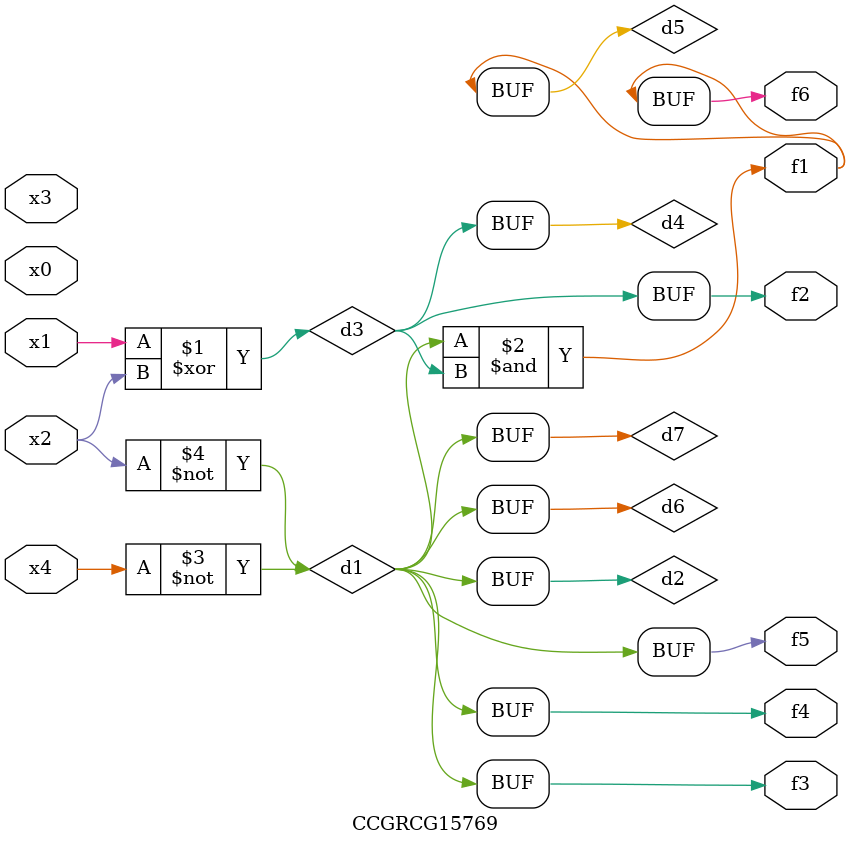
<source format=v>
module CCGRCG15769(
	input x0, x1, x2, x3, x4,
	output f1, f2, f3, f4, f5, f6
);

	wire d1, d2, d3, d4, d5, d6, d7;

	not (d1, x4);
	not (d2, x2);
	xor (d3, x1, x2);
	buf (d4, d3);
	and (d5, d1, d3);
	buf (d6, d1, d2);
	buf (d7, d2);
	assign f1 = d5;
	assign f2 = d4;
	assign f3 = d7;
	assign f4 = d7;
	assign f5 = d7;
	assign f6 = d5;
endmodule

</source>
